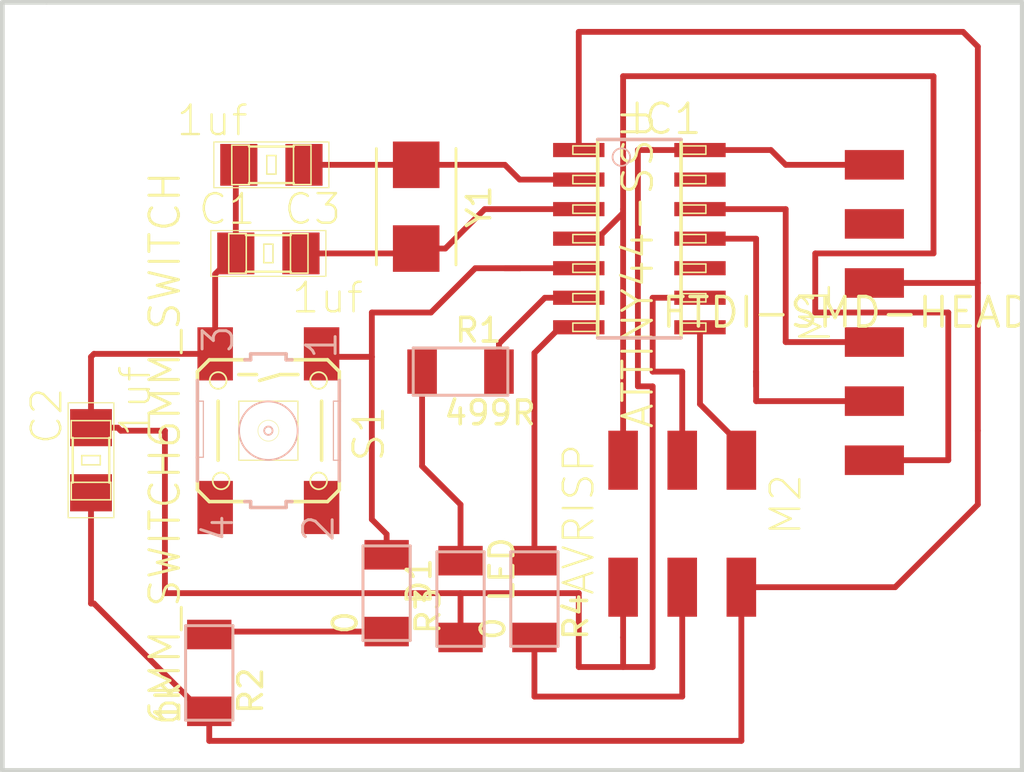
<source format=kicad_pcb>
(kicad_pcb (version 20171130) (host pcbnew "(5.0.1-3-g963ef8bb5)")

  (general
    (thickness 1.6)
    (drawings 5)
    (tracks 112)
    (zones 0)
    (modules 13)
    (nets 21)
  )

  (page A4)
  (layers
    (0 F.Cu signal)
    (31 B.Cu signal hide)
    (32 B.Adhes user hide)
    (33 F.Adhes user hide)
    (34 B.Paste user hide)
    (35 F.Paste user hide)
    (36 B.SilkS user hide)
    (37 F.SilkS user hide)
    (38 B.Mask user hide)
    (39 F.Mask user hide)
    (40 Dwgs.User user hide)
    (41 Cmts.User user hide)
    (42 Eco1.User user hide)
    (43 Eco2.User user hide)
    (44 Edge.Cuts user)
    (45 Margin user hide)
    (46 B.CrtYd user hide)
    (47 F.CrtYd user hide)
    (48 B.Fab user hide)
    (49 F.Fab user hide)
  )

  (setup
    (last_trace_width 0.25)
    (trace_clearance 0.2)
    (zone_clearance 0.508)
    (zone_45_only no)
    (trace_min 0.35)
    (segment_width 0.2)
    (edge_width 0.1)
    (via_size 0.8)
    (via_drill 0.4)
    (via_min_size 0.4)
    (via_min_drill 0.3)
    (uvia_size 0.3)
    (uvia_drill 0.1)
    (uvias_allowed no)
    (uvia_min_size 0.2)
    (uvia_min_drill 0.1)
    (pcb_text_width 0.3)
    (pcb_text_size 1.5 1.5)
    (mod_edge_width 0.15)
    (mod_text_size 1 1)
    (mod_text_width 0.15)
    (pad_size 1.5 1.5)
    (pad_drill 0.6)
    (pad_to_mask_clearance 0)
    (solder_mask_min_width 0.25)
    (aux_axis_origin 0 0)
    (visible_elements FFF9FF7F)
    (pcbplotparams
      (layerselection 0x010fc_ffffffff)
      (usegerberextensions false)
      (usegerberattributes false)
      (usegerberadvancedattributes false)
      (creategerberjobfile false)
      (excludeedgelayer true)
      (linewidth 0.100000)
      (plotframeref false)
      (viasonmask false)
      (mode 1)
      (useauxorigin false)
      (hpglpennumber 1)
      (hpglpenspeed 20)
      (hpglpendiameter 15.000000)
      (psnegative false)
      (psa4output false)
      (plotreference true)
      (plotvalue true)
      (plotinvisibletext false)
      (padsonsilk false)
      (subtractmaskfromsilk false)
      (outputformat 1)
      (mirror false)
      (drillshape 1)
      (scaleselection 1)
      (outputdirectory "../../../Downloads/"))
  )

  (net 0 "")
  (net 1 GND)
  (net 2 +5V)
  (net 3 "Net-(D1-Pad2)")
  (net 4 "Net-(IC1-Pad5)")
  (net 5 "Net-(IC1-Pad6)")
  (net 6 "Net-(IC1-Pad10)")
  (net 7 "Net-(IC1-Pad13)")
  (net 8 "Net-(M1-Pad2)")
  (net 9 "Net-(S1-Pad2)")
  (net 10 "Net-(S1-Pad4)")
  (net 11 XTAL1)
  (net 12 XTAL2)
  (net 13 RESET)
  (net 14 MOSI)
  (net 15 MISO)
  (net 16 SCK)
  (net 17 RXD)
  (net 18 TXD)
  (net 19 "Net-(R2-Pad1)")
  (net 20 "Net-(IC1-Pad7)")

  (net_class Default "This is the default net class."
    (clearance 0.2)
    (trace_width 0.25)
    (via_dia 0.8)
    (via_drill 0.4)
    (uvia_dia 0.3)
    (uvia_drill 0.1)
    (add_net +5V)
    (add_net GND)
    (add_net MISO)
    (add_net MOSI)
    (add_net "Net-(D1-Pad2)")
    (add_net "Net-(IC1-Pad10)")
    (add_net "Net-(IC1-Pad13)")
    (add_net "Net-(IC1-Pad5)")
    (add_net "Net-(IC1-Pad6)")
    (add_net "Net-(IC1-Pad7)")
    (add_net "Net-(M1-Pad2)")
    (add_net "Net-(R2-Pad1)")
    (add_net "Net-(S1-Pad2)")
    (add_net "Net-(S1-Pad4)")
    (add_net RESET)
    (add_net RXD)
    (add_net SCK)
    (add_net TXD)
    (add_net XTAL1)
    (add_net XTAL2)
  )

  (module fab:fab-R1206FAB (layer F.Cu) (tedit 200000) (tstamp 5C856C71)
    (at 116.84 103.759 270)
    (path /5C863351)
    (attr smd)
    (fp_text reference R4 (at 0.762 -1.778 270) (layer F.SilkS)
      (effects (font (size 1.016 1.016) (thickness 0.1524)))
    )
    (fp_text value 0 (at 1.27 1.778 270) (layer F.SilkS)
      (effects (font (size 1.016 1.016) (thickness 0.1524)))
    )
    (fp_line (start -2.032 -1.016) (end 2.032 -1.016) (layer B.SilkS) (width 0.127))
    (fp_line (start 2.032 -1.016) (end 2.032 1.016) (layer B.SilkS) (width 0.127))
    (fp_line (start 2.032 1.016) (end -2.032 1.016) (layer B.SilkS) (width 0.127))
    (fp_line (start -2.032 1.016) (end -2.032 -1.016) (layer B.SilkS) (width 0.127))
    (pad 1 smd rect (at -1.651 0 270) (size 1.27 1.905) (layers F.Cu F.Paste F.Mask)
      (net 20 "Net-(IC1-Pad7)"))
    (pad 2 smd rect (at 1.651 0 270) (size 1.27 1.905) (layers F.Cu F.Paste F.Mask)
      (net 14 MOSI))
  )

  (module fab:fab-C1206 (layer F.Cu) (tedit 200000) (tstamp 5C871152)
    (at 105.53954 85.09 180)
    (descr CAPACITOR)
    (tags CAPACITOR)
    (path /5C7A828D)
    (attr smd)
    (fp_text reference C1 (at 1.905 -1.905 180) (layer F.SilkS)
      (effects (font (size 1.27 1.27) (thickness 0.1016)))
    )
    (fp_text value 1uf (at 2.54 1.905 180) (layer F.SilkS)
      (effects (font (size 1.27 1.27) (thickness 0.1016)))
    )
    (fp_line (start -0.96266 0.78486) (end 0.96266 0.78486) (layer F.SilkS) (width 0.1016))
    (fp_line (start -0.96266 -0.78486) (end 0.96266 -0.78486) (layer F.SilkS) (width 0.1016))
    (fp_line (start 2.47142 -0.98298) (end 2.47142 0.98298) (layer F.SilkS) (width 0.0508))
    (fp_line (start -2.47142 0.98298) (end -2.47142 -0.98298) (layer F.SilkS) (width 0.0508))
    (fp_line (start 2.47142 0.98298) (end -2.47142 0.98298) (layer F.SilkS) (width 0.0508))
    (fp_line (start -2.47142 -0.98298) (end 2.47142 -0.98298) (layer F.SilkS) (width 0.0508))
    (fp_line (start -0.19812 0.39878) (end -0.19812 -0.39878) (layer F.SilkS) (width 0.06604))
    (fp_line (start -0.19812 -0.39878) (end 0.19812 -0.39878) (layer F.SilkS) (width 0.06604))
    (fp_line (start 0.19812 0.39878) (end 0.19812 -0.39878) (layer F.SilkS) (width 0.06604))
    (fp_line (start -0.19812 0.39878) (end 0.19812 0.39878) (layer F.SilkS) (width 0.06604))
    (fp_line (start 0.94996 0.84836) (end 0.94996 -0.8509) (layer F.SilkS) (width 0.06604))
    (fp_line (start 0.94996 -0.8509) (end 1.7018 -0.8509) (layer F.SilkS) (width 0.06604))
    (fp_line (start 1.7018 0.84836) (end 1.7018 -0.8509) (layer F.SilkS) (width 0.06604))
    (fp_line (start 0.94996 0.84836) (end 1.7018 0.84836) (layer F.SilkS) (width 0.06604))
    (fp_line (start -1.7018 0.8509) (end -1.7018 -0.84836) (layer F.SilkS) (width 0.06604))
    (fp_line (start -1.7018 -0.84836) (end -0.94996 -0.84836) (layer F.SilkS) (width 0.06604))
    (fp_line (start -0.94996 0.8509) (end -0.94996 -0.84836) (layer F.SilkS) (width 0.06604))
    (fp_line (start -1.7018 0.8509) (end -0.94996 0.8509) (layer F.SilkS) (width 0.06604))
    (pad 2 smd rect (at 1.39954 0 180) (size 1.59766 1.79832) (layers F.Cu F.Paste F.Mask)
      (net 1 GND))
    (pad 1 smd rect (at -1.39954 0 180) (size 1.59766 1.79832) (layers F.Cu F.Paste F.Mask)
      (net 11 XTAL1))
  )

  (module fab:fab-C1206 (layer F.Cu) (tedit 200000) (tstamp 5C87116A)
    (at 97.79 97.79 90)
    (descr CAPACITOR)
    (tags CAPACITOR)
    (path /5C7A7FDA)
    (attr smd)
    (fp_text reference C2 (at 1.905 -1.905 90) (layer F.SilkS)
      (effects (font (size 1.27 1.27) (thickness 0.1016)))
    )
    (fp_text value 1uf (at 2.54 1.905 90) (layer F.SilkS)
      (effects (font (size 1.27 1.27) (thickness 0.1016)))
    )
    (fp_line (start -1.7018 0.8509) (end -0.94996 0.8509) (layer F.SilkS) (width 0.06604))
    (fp_line (start -0.94996 0.8509) (end -0.94996 -0.84836) (layer F.SilkS) (width 0.06604))
    (fp_line (start -1.7018 -0.84836) (end -0.94996 -0.84836) (layer F.SilkS) (width 0.06604))
    (fp_line (start -1.7018 0.8509) (end -1.7018 -0.84836) (layer F.SilkS) (width 0.06604))
    (fp_line (start 0.94996 0.84836) (end 1.7018 0.84836) (layer F.SilkS) (width 0.06604))
    (fp_line (start 1.7018 0.84836) (end 1.7018 -0.8509) (layer F.SilkS) (width 0.06604))
    (fp_line (start 0.94996 -0.8509) (end 1.7018 -0.8509) (layer F.SilkS) (width 0.06604))
    (fp_line (start 0.94996 0.84836) (end 0.94996 -0.8509) (layer F.SilkS) (width 0.06604))
    (fp_line (start -0.19812 0.39878) (end 0.19812 0.39878) (layer F.SilkS) (width 0.06604))
    (fp_line (start 0.19812 0.39878) (end 0.19812 -0.39878) (layer F.SilkS) (width 0.06604))
    (fp_line (start -0.19812 -0.39878) (end 0.19812 -0.39878) (layer F.SilkS) (width 0.06604))
    (fp_line (start -0.19812 0.39878) (end -0.19812 -0.39878) (layer F.SilkS) (width 0.06604))
    (fp_line (start -2.47142 -0.98298) (end 2.47142 -0.98298) (layer F.SilkS) (width 0.0508))
    (fp_line (start 2.47142 0.98298) (end -2.47142 0.98298) (layer F.SilkS) (width 0.0508))
    (fp_line (start -2.47142 0.98298) (end -2.47142 -0.98298) (layer F.SilkS) (width 0.0508))
    (fp_line (start 2.47142 -0.98298) (end 2.47142 0.98298) (layer F.SilkS) (width 0.0508))
    (fp_line (start -0.96266 -0.78486) (end 0.96266 -0.78486) (layer F.SilkS) (width 0.1016))
    (fp_line (start -0.96266 0.78486) (end 0.96266 0.78486) (layer F.SilkS) (width 0.1016))
    (pad 1 smd rect (at -1.39954 0 90) (size 1.59766 1.79832) (layers F.Cu F.Paste F.Mask)
      (net 2 +5V))
    (pad 2 smd rect (at 1.39954 0 90) (size 1.59766 1.79832) (layers F.Cu F.Paste F.Mask)
      (net 1 GND))
  )

  (module fab:fab-C1206 (layer F.Cu) (tedit 200000) (tstamp 5C871182)
    (at 105.41 88.9)
    (descr CAPACITOR)
    (tags CAPACITOR)
    (path /5C7A8321)
    (attr smd)
    (fp_text reference C3 (at 1.905 -1.905) (layer F.SilkS)
      (effects (font (size 1.27 1.27) (thickness 0.1016)))
    )
    (fp_text value 1uf (at 2.54 1.905) (layer F.SilkS)
      (effects (font (size 1.27 1.27) (thickness 0.1016)))
    )
    (fp_line (start -1.7018 0.8509) (end -0.94996 0.8509) (layer F.SilkS) (width 0.06604))
    (fp_line (start -0.94996 0.8509) (end -0.94996 -0.84836) (layer F.SilkS) (width 0.06604))
    (fp_line (start -1.7018 -0.84836) (end -0.94996 -0.84836) (layer F.SilkS) (width 0.06604))
    (fp_line (start -1.7018 0.8509) (end -1.7018 -0.84836) (layer F.SilkS) (width 0.06604))
    (fp_line (start 0.94996 0.84836) (end 1.7018 0.84836) (layer F.SilkS) (width 0.06604))
    (fp_line (start 1.7018 0.84836) (end 1.7018 -0.8509) (layer F.SilkS) (width 0.06604))
    (fp_line (start 0.94996 -0.8509) (end 1.7018 -0.8509) (layer F.SilkS) (width 0.06604))
    (fp_line (start 0.94996 0.84836) (end 0.94996 -0.8509) (layer F.SilkS) (width 0.06604))
    (fp_line (start -0.19812 0.39878) (end 0.19812 0.39878) (layer F.SilkS) (width 0.06604))
    (fp_line (start 0.19812 0.39878) (end 0.19812 -0.39878) (layer F.SilkS) (width 0.06604))
    (fp_line (start -0.19812 -0.39878) (end 0.19812 -0.39878) (layer F.SilkS) (width 0.06604))
    (fp_line (start -0.19812 0.39878) (end -0.19812 -0.39878) (layer F.SilkS) (width 0.06604))
    (fp_line (start -2.47142 -0.98298) (end 2.47142 -0.98298) (layer F.SilkS) (width 0.0508))
    (fp_line (start 2.47142 0.98298) (end -2.47142 0.98298) (layer F.SilkS) (width 0.0508))
    (fp_line (start -2.47142 0.98298) (end -2.47142 -0.98298) (layer F.SilkS) (width 0.0508))
    (fp_line (start 2.47142 -0.98298) (end 2.47142 0.98298) (layer F.SilkS) (width 0.0508))
    (fp_line (start -0.96266 -0.78486) (end 0.96266 -0.78486) (layer F.SilkS) (width 0.1016))
    (fp_line (start -0.96266 0.78486) (end 0.96266 0.78486) (layer F.SilkS) (width 0.1016))
    (pad 1 smd rect (at -1.39954 0) (size 1.59766 1.79832) (layers F.Cu F.Paste F.Mask)
      (net 1 GND))
    (pad 2 smd rect (at 1.39954 0) (size 1.59766 1.79832) (layers F.Cu F.Paste F.Mask)
      (net 12 XTAL2))
  )

  (module fab:fab-LED1206FAB (layer F.Cu) (tedit 200000) (tstamp 5C87118C)
    (at 113.665 103.759 90)
    (descr "LED1206 FAB STYLE (SMALLER PADS TO ALLOW TRACE BETWEEN)")
    (tags "LED1206 FAB STYLE (SMALLER PADS TO ALLOW TRACE BETWEEN)")
    (path /5C7A6CBB)
    (attr smd)
    (fp_text reference D1 (at 0.762 -1.778 90) (layer F.SilkS)
      (effects (font (size 1.016 1.016) (thickness 0.1524)))
    )
    (fp_text value LED (at 1.27 1.778 90) (layer F.SilkS)
      (effects (font (size 1.016 1.016) (thickness 0.1524)))
    )
    (fp_line (start -2.032 -1.016) (end 2.032 -1.016) (layer B.SilkS) (width 0.127))
    (fp_line (start 2.032 -1.016) (end 2.032 1.016) (layer B.SilkS) (width 0.127))
    (fp_line (start 2.032 1.016) (end -2.032 1.016) (layer B.SilkS) (width 0.127))
    (fp_line (start -2.032 1.016) (end -2.032 -1.016) (layer B.SilkS) (width 0.127))
    (pad 1 smd rect (at -1.651 0 90) (size 1.27 1.905) (layers F.Cu F.Paste F.Mask)
      (net 1 GND))
    (pad 2 smd rect (at 1.651 0 90) (size 1.27 1.905) (layers F.Cu F.Paste F.Mask)
      (net 3 "Net-(D1-Pad2)"))
  )

  (module fab:fab-SOIC14 (layer F.Cu) (tedit 200000) (tstamp 5C8711DB)
    (at 121.3485 88.265 270)
    (descr "SMALL OUTLINE PACKAGE")
    (tags "SMALL OUTLINE PACKAGE")
    (path /5C7A67A1)
    (attr smd)
    (fp_text reference IC1 (at -5.1435 -1.143) (layer F.SilkS)
      (effects (font (size 1.27 1.27) (thickness 0.127)))
    )
    (fp_text value ATTINY44-SSU (at 1.27 0.0635 270) (layer F.SilkS)
      (effects (font (size 1.27 1.27) (thickness 0.127)))
    )
    (fp_line (start -3.9878 -1.8415) (end -3.62966 -1.8415) (layer F.SilkS) (width 0.06604))
    (fp_line (start -3.62966 -1.8415) (end -3.62966 -2.8575) (layer F.SilkS) (width 0.06604))
    (fp_line (start -3.9878 -2.8575) (end -3.62966 -2.8575) (layer F.SilkS) (width 0.06604))
    (fp_line (start -3.9878 -1.8415) (end -3.9878 -2.8575) (layer F.SilkS) (width 0.06604))
    (fp_line (start -2.7178 -1.8415) (end -2.3622 -1.8415) (layer F.SilkS) (width 0.06604))
    (fp_line (start -2.3622 -1.8415) (end -2.3622 -2.8575) (layer F.SilkS) (width 0.06604))
    (fp_line (start -2.7178 -2.8575) (end -2.3622 -2.8575) (layer F.SilkS) (width 0.06604))
    (fp_line (start -2.7178 -1.8415) (end -2.7178 -2.8575) (layer F.SilkS) (width 0.06604))
    (fp_line (start -1.4478 -1.8415) (end -1.08966 -1.8415) (layer F.SilkS) (width 0.06604))
    (fp_line (start -1.08966 -1.8415) (end -1.08966 -2.8575) (layer F.SilkS) (width 0.06604))
    (fp_line (start -1.4478 -2.8575) (end -1.08966 -2.8575) (layer F.SilkS) (width 0.06604))
    (fp_line (start -1.4478 -1.8415) (end -1.4478 -2.8575) (layer F.SilkS) (width 0.06604))
    (fp_line (start -0.1778 -1.8415) (end 0.1778 -1.8415) (layer F.SilkS) (width 0.06604))
    (fp_line (start 0.1778 -1.8415) (end 0.1778 -2.8575) (layer F.SilkS) (width 0.06604))
    (fp_line (start -0.1778 -2.8575) (end 0.1778 -2.8575) (layer F.SilkS) (width 0.06604))
    (fp_line (start -0.1778 -1.8415) (end -0.1778 -2.8575) (layer F.SilkS) (width 0.06604))
    (fp_line (start 1.08966 -1.8415) (end 1.4478 -1.8415) (layer F.SilkS) (width 0.06604))
    (fp_line (start 1.4478 -1.8415) (end 1.4478 -2.8575) (layer F.SilkS) (width 0.06604))
    (fp_line (start 1.08966 -2.8575) (end 1.4478 -2.8575) (layer F.SilkS) (width 0.06604))
    (fp_line (start 1.08966 -1.8415) (end 1.08966 -2.8575) (layer F.SilkS) (width 0.06604))
    (fp_line (start 2.3622 -1.8415) (end 2.7178 -1.8415) (layer F.SilkS) (width 0.06604))
    (fp_line (start 2.7178 -1.8415) (end 2.7178 -2.8575) (layer F.SilkS) (width 0.06604))
    (fp_line (start 2.3622 -2.8575) (end 2.7178 -2.8575) (layer F.SilkS) (width 0.06604))
    (fp_line (start 2.3622 -1.8415) (end 2.3622 -2.8575) (layer F.SilkS) (width 0.06604))
    (fp_line (start 3.62966 -1.8415) (end 3.9878 -1.8415) (layer F.SilkS) (width 0.06604))
    (fp_line (start 3.9878 -1.8415) (end 3.9878 -2.8575) (layer F.SilkS) (width 0.06604))
    (fp_line (start 3.62966 -2.8575) (end 3.9878 -2.8575) (layer F.SilkS) (width 0.06604))
    (fp_line (start 3.62966 -1.8415) (end 3.62966 -2.8575) (layer F.SilkS) (width 0.06604))
    (fp_line (start 3.62966 2.8575) (end 3.9878 2.8575) (layer F.SilkS) (width 0.06604))
    (fp_line (start 3.9878 2.8575) (end 3.9878 1.8415) (layer F.SilkS) (width 0.06604))
    (fp_line (start 3.62966 1.8415) (end 3.9878 1.8415) (layer F.SilkS) (width 0.06604))
    (fp_line (start 3.62966 2.8575) (end 3.62966 1.8415) (layer F.SilkS) (width 0.06604))
    (fp_line (start 2.3622 2.8575) (end 2.7178 2.8575) (layer F.SilkS) (width 0.06604))
    (fp_line (start 2.7178 2.8575) (end 2.7178 1.8415) (layer F.SilkS) (width 0.06604))
    (fp_line (start 2.3622 1.8415) (end 2.7178 1.8415) (layer F.SilkS) (width 0.06604))
    (fp_line (start 2.3622 2.8575) (end 2.3622 1.8415) (layer F.SilkS) (width 0.06604))
    (fp_line (start 1.08966 2.8575) (end 1.4478 2.8575) (layer F.SilkS) (width 0.06604))
    (fp_line (start 1.4478 2.8575) (end 1.4478 1.8415) (layer F.SilkS) (width 0.06604))
    (fp_line (start 1.08966 1.8415) (end 1.4478 1.8415) (layer F.SilkS) (width 0.06604))
    (fp_line (start 1.08966 2.8575) (end 1.08966 1.8415) (layer F.SilkS) (width 0.06604))
    (fp_line (start -0.1778 2.8575) (end 0.1778 2.8575) (layer F.SilkS) (width 0.06604))
    (fp_line (start 0.1778 2.8575) (end 0.1778 1.8415) (layer F.SilkS) (width 0.06604))
    (fp_line (start -0.1778 1.8415) (end 0.1778 1.8415) (layer F.SilkS) (width 0.06604))
    (fp_line (start -0.1778 2.8575) (end -0.1778 1.8415) (layer F.SilkS) (width 0.06604))
    (fp_line (start -1.4478 2.8575) (end -1.08966 2.8575) (layer F.SilkS) (width 0.06604))
    (fp_line (start -1.08966 2.8575) (end -1.08966 1.8415) (layer F.SilkS) (width 0.06604))
    (fp_line (start -1.4478 1.8415) (end -1.08966 1.8415) (layer F.SilkS) (width 0.06604))
    (fp_line (start -1.4478 2.8575) (end -1.4478 1.8415) (layer F.SilkS) (width 0.06604))
    (fp_line (start -2.7178 2.8575) (end -2.3622 2.8575) (layer F.SilkS) (width 0.06604))
    (fp_line (start -2.3622 2.8575) (end -2.3622 1.8415) (layer F.SilkS) (width 0.06604))
    (fp_line (start -2.7178 1.8415) (end -2.3622 1.8415) (layer F.SilkS) (width 0.06604))
    (fp_line (start -2.7178 2.8575) (end -2.7178 1.8415) (layer F.SilkS) (width 0.06604))
    (fp_line (start -3.9878 2.8575) (end -3.62966 2.8575) (layer F.SilkS) (width 0.06604))
    (fp_line (start -3.62966 2.8575) (end -3.62966 1.8415) (layer F.SilkS) (width 0.06604))
    (fp_line (start -3.9878 1.8415) (end -3.62966 1.8415) (layer F.SilkS) (width 0.06604))
    (fp_line (start -3.9878 2.8575) (end -3.9878 1.8415) (layer F.SilkS) (width 0.06604))
    (fp_line (start -4.26466 1.7907) (end 4.26466 1.7907) (layer F.SilkS) (width 0.1524))
    (fp_line (start 4.26466 1.7907) (end 4.26466 -1.7907) (layer B.SilkS) (width 0.1524))
    (fp_line (start 4.26466 -1.7907) (end -4.26466 -1.7907) (layer F.SilkS) (width 0.1524))
    (fp_line (start -4.26466 -1.7907) (end -4.26466 1.7907) (layer B.SilkS) (width 0.1524))
    (fp_circle (center -3.5052 0.7747) (end -3.7719 1.0414) (layer B.SilkS) (width 0.0762))
    (pad 1 smd rect (at -3.81 2.6035 270) (size 0.6096 2.20726) (layers F.Cu F.Paste F.Mask)
      (net 2 +5V))
    (pad 2 smd rect (at -2.54 2.6035 270) (size 0.6096 2.20726) (layers F.Cu F.Paste F.Mask)
      (net 11 XTAL1))
    (pad 3 smd rect (at -1.27 2.6035 270) (size 0.6096 2.20726) (layers F.Cu F.Paste F.Mask)
      (net 12 XTAL2))
    (pad 4 smd rect (at 0 2.6035 270) (size 0.6096 2.20726) (layers F.Cu F.Paste F.Mask)
      (net 13 RESET))
    (pad 5 smd rect (at 1.27 2.6035 270) (size 0.6096 2.20726) (layers F.Cu F.Paste F.Mask)
      (net 4 "Net-(IC1-Pad5)"))
    (pad 6 smd rect (at 2.54 2.6035 270) (size 0.6096 2.20726) (layers F.Cu F.Paste F.Mask)
      (net 5 "Net-(IC1-Pad6)"))
    (pad 7 smd rect (at 3.81 2.6035 270) (size 0.6096 2.20726) (layers F.Cu F.Paste F.Mask)
      (net 20 "Net-(IC1-Pad7)"))
    (pad 8 smd rect (at 3.81 -2.6035 270) (size 0.6096 2.20726) (layers F.Cu F.Paste F.Mask)
      (net 15 MISO))
    (pad 9 smd rect (at 2.54 -2.6035 270) (size 0.6096 2.20726) (layers F.Cu F.Paste F.Mask)
      (net 16 SCK))
    (pad 10 smd rect (at 1.27 -2.6035 270) (size 0.6096 2.20726) (layers F.Cu F.Paste F.Mask)
      (net 6 "Net-(IC1-Pad10)"))
    (pad 11 smd rect (at 0 -2.6035 270) (size 0.6096 2.20726) (layers F.Cu F.Paste F.Mask)
      (net 17 RXD))
    (pad 12 smd rect (at -1.27 -2.6035 270) (size 0.6096 2.20726) (layers F.Cu F.Paste F.Mask)
      (net 18 TXD))
    (pad 13 smd rect (at -2.54 -2.6035 270) (size 0.6096 2.20726) (layers F.Cu F.Paste F.Mask)
      (net 7 "Net-(IC1-Pad13)"))
    (pad 14 smd rect (at -3.81 -2.6035 270) (size 0.6096 2.20726) (layers F.Cu F.Paste F.Mask)
      (net 1 GND))
  )

  (module fab:fab-1X06SMD (layer F.Cu) (tedit 200000) (tstamp 5C8711E5)
    (at 131.445 91.44)
    (path /5C7A6B64)
    (attr smd)
    (fp_text reference M1 (at -2.54 0 90) (layer F.SilkS)
      (effects (font (size 1.27 1.27) (thickness 0.1016)))
    )
    (fp_text value FTDI-SMD-HEADER (at 0 0) (layer F.SilkS)
      (effects (font (size 1.27 1.27) (thickness 0.15)))
    )
    (pad 1 smd rect (at 0 -6.35) (size 2.54 1.27) (layers F.Cu F.Paste F.Mask)
      (net 1 GND))
    (pad 2 smd rect (at 0 -3.81) (size 2.54 1.27) (layers F.Cu F.Paste F.Mask)
      (net 8 "Net-(M1-Pad2)"))
    (pad 3 smd rect (at 0 -1.27) (size 2.54 1.27) (layers F.Cu F.Paste F.Mask)
      (net 2 +5V))
    (pad 4 smd rect (at 0 1.27) (size 2.54 1.27) (layers F.Cu F.Paste F.Mask)
      (net 18 TXD))
    (pad 5 smd rect (at 0 3.81) (size 2.54 1.27) (layers F.Cu F.Paste F.Mask)
      (net 17 RXD))
    (pad 6 smd rect (at 0 6.35) (size 2.54 1.27) (layers F.Cu F.Paste F.Mask)
      (net 13 RESET))
  )

  (module fab:fab-2X03SMD (layer F.Cu) (tedit 200000) (tstamp 5C8711EF)
    (at 123.19 100.33 270)
    (path /5C7A6BFA)
    (attr smd)
    (fp_text reference M2 (at -0.635 -4.445 270) (layer F.SilkS)
      (effects (font (size 1.27 1.27) (thickness 0.1016)))
    )
    (fp_text value AVRISP (at 0 4.445 270) (layer F.SilkS)
      (effects (font (size 1.27 1.27) (thickness 0.1016)))
    )
    (pad 1 smd rect (at -2.54 -2.54 270) (size 2.54 1.27) (layers F.Cu F.Paste F.Mask)
      (net 15 MISO))
    (pad 2 smd rect (at 2.91846 -2.54 270) (size 2.54 1.27) (layers F.Cu F.Paste F.Mask)
      (net 2 +5V))
    (pad 3 smd rect (at -2.54 0 270) (size 2.54 1.27) (layers F.Cu F.Paste F.Mask)
      (net 16 SCK))
    (pad 4 smd rect (at 2.91846 0 270) (size 2.54 1.27) (layers F.Cu F.Paste F.Mask)
      (net 14 MOSI))
    (pad 5 smd rect (at -2.54 2.54 270) (size 2.54 1.27) (layers F.Cu F.Paste F.Mask)
      (net 13 RESET))
    (pad 6 smd rect (at 2.91846 2.54 270) (size 2.54 1.27) (layers F.Cu F.Paste F.Mask)
      (net 1 GND))
  )

  (module fab:fab-R1206FAB (layer F.Cu) (tedit 200000) (tstamp 5C8711F9)
    (at 113.665 93.98)
    (path /5C7A7100)
    (attr smd)
    (fp_text reference R1 (at 0.762 -1.778) (layer F.SilkS)
      (effects (font (size 1.016 1.016) (thickness 0.1524)))
    )
    (fp_text value 499R (at 1.27 1.778) (layer F.SilkS)
      (effects (font (size 1.016 1.016) (thickness 0.1524)))
    )
    (fp_line (start -2.032 -1.016) (end 2.032 -1.016) (layer B.SilkS) (width 0.127))
    (fp_line (start 2.032 -1.016) (end 2.032 1.016) (layer B.SilkS) (width 0.127))
    (fp_line (start 2.032 1.016) (end -2.032 1.016) (layer B.SilkS) (width 0.127))
    (fp_line (start -2.032 1.016) (end -2.032 -1.016) (layer B.SilkS) (width 0.127))
    (pad 1 smd rect (at -1.651 0) (size 1.27 1.905) (layers F.Cu F.Paste F.Mask)
      (net 3 "Net-(D1-Pad2)"))
    (pad 2 smd rect (at 1.651 0) (size 1.27 1.905) (layers F.Cu F.Paste F.Mask)
      (net 5 "Net-(IC1-Pad6)"))
  )

  (module fab:fab-R1206FAB (layer F.Cu) (tedit 200000) (tstamp 5C871203)
    (at 102.87 106.934 270)
    (path /5C7AA2AE)
    (attr smd)
    (fp_text reference R2 (at 0.762 -1.778 270) (layer F.SilkS)
      (effects (font (size 1.016 1.016) (thickness 0.1524)))
    )
    (fp_text value 1k (at 1.27 1.778 270) (layer F.SilkS)
      (effects (font (size 1.016 1.016) (thickness 0.1524)))
    )
    (fp_line (start -2.032 1.016) (end -2.032 -1.016) (layer B.SilkS) (width 0.127))
    (fp_line (start 2.032 1.016) (end -2.032 1.016) (layer B.SilkS) (width 0.127))
    (fp_line (start 2.032 -1.016) (end 2.032 1.016) (layer B.SilkS) (width 0.127))
    (fp_line (start -2.032 -1.016) (end 2.032 -1.016) (layer B.SilkS) (width 0.127))
    (pad 2 smd rect (at 1.651 0 270) (size 1.27 1.905) (layers F.Cu F.Paste F.Mask)
      (net 2 +5V))
    (pad 1 smd rect (at -1.651 0 270) (size 1.27 1.905) (layers F.Cu F.Paste F.Mask)
      (net 19 "Net-(R2-Pad1)"))
  )

  (module fab:fab-6MM_SWITCH (layer F.Cu) (tedit 200000) (tstamp 5C871241)
    (at 105.41 96.52 270)
    (descr "OMRON SWITCH")
    (tags "OMRON SWITCH")
    (path /5C7A72FA)
    (attr smd)
    (fp_text reference S1 (at 0.127 -4.318 270) (layer F.SilkS)
      (effects (font (size 1.27 1.27) (thickness 0.127)))
    )
    (fp_text value 6MM_SWITCH6MM_SWITCH (at 0.762 4.445 270) (layer F.SilkS)
      (effects (font (size 1.27 1.27) (thickness 0.127)))
    )
    (fp_line (start 3.302 0.762) (end 3.048 0.762) (layer B.SilkS) (width 0.1524))
    (fp_line (start 3.302 0.762) (end 3.302 -0.762) (layer B.SilkS) (width 0.1524))
    (fp_line (start 3.048 -0.762) (end 3.302 -0.762) (layer B.SilkS) (width 0.1524))
    (fp_line (start 3.048 -1.016) (end 3.048 -2.54) (layer F.SilkS) (width 0.1524))
    (fp_line (start -3.302 -0.762) (end -3.048 -0.762) (layer B.SilkS) (width 0.1524))
    (fp_line (start -3.302 -0.762) (end -3.302 0.762) (layer B.SilkS) (width 0.1524))
    (fp_line (start -3.048 0.762) (end -3.302 0.762) (layer B.SilkS) (width 0.1524))
    (fp_line (start 3.048 -2.54) (end 2.54 -3.048) (layer F.SilkS) (width 0.1524))
    (fp_line (start 2.54 3.048) (end 3.048 2.54) (layer F.SilkS) (width 0.1524))
    (fp_line (start 3.048 2.54) (end 3.048 1.016) (layer F.SilkS) (width 0.1524))
    (fp_line (start -2.54 -3.048) (end -3.048 -2.54) (layer F.SilkS) (width 0.1524))
    (fp_line (start -3.048 -2.54) (end -3.048 -1.016) (layer F.SilkS) (width 0.1524))
    (fp_line (start -2.54 3.048) (end -3.048 2.54) (layer F.SilkS) (width 0.1524))
    (fp_line (start -3.048 2.54) (end -3.048 1.016) (layer F.SilkS) (width 0.1524))
    (fp_line (start -1.27 -1.27) (end -1.27 1.27) (layer F.SilkS) (width 0.0508))
    (fp_line (start 1.27 1.27) (end -1.27 1.27) (layer F.SilkS) (width 0.0508))
    (fp_line (start 1.27 1.27) (end 1.27 -1.27) (layer F.SilkS) (width 0.0508))
    (fp_line (start -1.27 -1.27) (end 1.27 -1.27) (layer F.SilkS) (width 0.0508))
    (fp_line (start -1.27 -3.048) (end -1.27 -2.794) (layer B.SilkS) (width 0.0508))
    (fp_line (start 1.27 -2.794) (end -1.27 -2.794) (layer B.SilkS) (width 0.0508))
    (fp_line (start 1.27 -2.794) (end 1.27 -3.048) (layer B.SilkS) (width 0.0508))
    (fp_line (start 1.143 2.794) (end -1.27 2.794) (layer B.SilkS) (width 0.0508))
    (fp_line (start 1.143 2.794) (end 1.143 3.048) (layer B.SilkS) (width 0.0508))
    (fp_line (start -1.27 2.794) (end -1.27 3.048) (layer B.SilkS) (width 0.0508))
    (fp_line (start 2.54 3.048) (end 2.159 3.048) (layer F.SilkS) (width 0.1524))
    (fp_line (start -2.54 3.048) (end -2.159 3.048) (layer F.SilkS) (width 0.1524))
    (fp_line (start -2.159 3.048) (end -1.27 3.048) (layer B.SilkS) (width 0.1524))
    (fp_line (start -2.54 -3.048) (end -2.159 -3.048) (layer F.SilkS) (width 0.1524))
    (fp_line (start 2.54 -3.048) (end 2.159 -3.048) (layer F.SilkS) (width 0.1524))
    (fp_line (start 2.159 -3.048) (end 1.27 -3.048) (layer B.SilkS) (width 0.1524))
    (fp_line (start 1.27 -3.048) (end -1.27 -3.048) (layer B.SilkS) (width 0.1524))
    (fp_line (start -1.27 -3.048) (end -2.159 -3.048) (layer B.SilkS) (width 0.1524))
    (fp_line (start -1.27 3.048) (end 1.143 3.048) (layer B.SilkS) (width 0.1524))
    (fp_line (start 1.143 3.048) (end 2.159 3.048) (layer B.SilkS) (width 0.1524))
    (fp_line (start 3.048 0.762) (end 3.048 1.016) (layer B.SilkS) (width 0.1524))
    (fp_line (start 3.048 -0.762) (end 3.048 -1.016) (layer B.SilkS) (width 0.1524))
    (fp_line (start -3.048 0.762) (end -3.048 1.016) (layer B.SilkS) (width 0.1524))
    (fp_line (start -3.048 -0.762) (end -3.048 -1.016) (layer B.SilkS) (width 0.1524))
    (fp_line (start -1.27 2.159) (end 1.27 2.159) (layer F.SilkS) (width 0.1524))
    (fp_line (start 1.27 -2.286) (end -1.27 -2.286) (layer F.SilkS) (width 0.1524))
    (fp_line (start -2.413 -1.27) (end -2.413 -0.508) (layer F.SilkS) (width 0.1524))
    (fp_line (start -2.413 0.508) (end -2.413 1.27) (layer F.SilkS) (width 0.1524))
    (fp_line (start -2.413 -0.508) (end -2.159 0.381) (layer F.SilkS) (width 0.1524))
    (fp_circle (center 0 0) (end -0.889 0.889) (layer B.SilkS) (width 0.0762))
    (fp_circle (center -2.159 2.159) (end -2.413 2.413) (layer F.SilkS) (width 0.0762))
    (fp_circle (center 2.159 2.032) (end 2.413 2.286) (layer F.SilkS) (width 0.0762))
    (fp_circle (center 2.159 -2.159) (end 2.413 -2.413) (layer F.SilkS) (width 0.0762))
    (fp_circle (center -2.159 -2.159) (end -2.413 -2.413) (layer F.SilkS) (width 0.0762))
    (fp_circle (center 0 0) (end -0.3175 0.3175) (layer F.SilkS) (width 0.0254))
    (fp_circle (center 0 0) (end -0.127 0.127) (layer B.SilkS) (width 0.0762))
    (fp_text user 1 (at -3.683 -2.286 270) (layer B.SilkS)
      (effects (font (size 1.27 1.27) (thickness 0.127)))
    )
    (fp_text user 2 (at 4.191 -2.159 270) (layer B.SilkS)
      (effects (font (size 1.27 1.27) (thickness 0.127)))
    )
    (fp_text user 3 (at -3.937 2.159 270) (layer B.SilkS)
      (effects (font (size 1.27 1.27) (thickness 0.127)))
    )
    (fp_text user 4 (at 4.191 2.159 270) (layer B.SilkS)
      (effects (font (size 1.27 1.27) (thickness 0.127)))
    )
    (pad 1 smd rect (at -3.302 -2.286 270) (size 2.286 1.524) (layers F.Cu F.Paste F.Mask)
      (net 4 "Net-(IC1-Pad5)"))
    (pad 2 smd rect (at 3.302 -2.286 270) (size 2.286 1.524) (layers F.Cu F.Paste F.Mask)
      (net 9 "Net-(S1-Pad2)"))
    (pad 3 smd rect (at -3.302 2.286 270) (size 2.286 1.524) (layers F.Cu F.Paste F.Mask)
      (net 1 GND))
    (pad 4 smd rect (at 3.302 2.286 270) (size 2.286 1.524) (layers F.Cu F.Paste F.Mask)
      (net 10 "Net-(S1-Pad4)"))
  )

  (module Crystal:Crystal_SMD_Qantek_QC5CB-2Pin_5x3.2mm (layer F.Cu) (tedit 5B7C1E3E) (tstamp 5C871252)
    (at 111.76 86.89 270)
    (descr "SMD Crystal Qantek QC5CB, https://www.qantek.com/tl_files/products/crystals/QC5CB.pdf")
    (tags "SMD SMT crystal")
    (path /5C7EAFC0)
    (attr smd)
    (fp_text reference Y1 (at 0 -2.7 270) (layer F.SilkS)
      (effects (font (size 1 1) (thickness 0.15)))
    )
    (fp_text value Crystal (at 0 2.7 270) (layer F.Fab)
      (effects (font (size 1 1) (thickness 0.15)))
    )
    (fp_text user %R (at 0 -2.7 270) (layer F.Fab)
      (effects (font (size 1 1) (thickness 0.15)))
    )
    (fp_line (start -2.5 -1.6) (end 2.5 -1.6) (layer F.Fab) (width 0.1))
    (fp_line (start 2.5 -1.6) (end 2.5 1.6) (layer F.Fab) (width 0.1))
    (fp_line (start -2.5 1.6) (end 2.5 1.6) (layer F.Fab) (width 0.1))
    (fp_line (start -2.5 -1.6) (end -2.5 1.6) (layer F.Fab) (width 0.1))
    (fp_line (start -3.05 -1.85) (end 3.05 -1.85) (layer F.CrtYd) (width 0.05))
    (fp_line (start -3.05 1.85) (end 3.05 1.85) (layer F.CrtYd) (width 0.05))
    (fp_line (start 3.05 -1.85) (end 3.05 1.85) (layer F.CrtYd) (width 0.05))
    (fp_line (start -3.05 -1.85) (end -3.05 1.85) (layer F.CrtYd) (width 0.05))
    (fp_line (start -2.5 -1.71) (end 2.5 -1.71) (layer F.SilkS) (width 0.12))
    (fp_line (start -2.5 1.71) (end 2.5 1.71) (layer F.SilkS) (width 0.12))
    (pad 1 smd rect (at -1.8 0 270) (size 2 2) (layers F.Cu F.Paste F.Mask)
      (net 11 XTAL1))
    (pad 2 smd rect (at 1.8 0 270) (size 2 2) (layers F.Cu F.Paste F.Mask)
      (net 12 XTAL2))
    (model ${KISYS3DMOD}/Crystal.3dshapes/Crystal_SMD_Qantek_QC5CB-2Pin_5x3.2mm.wrl
      (at (xyz 0 0 0))
      (scale (xyz 1 1 1))
      (rotate (xyz 0 0 0))
    )
  )

  (module fab:fab-R1206FAB (layer F.Cu) (tedit 200000) (tstamp 5C85694D)
    (at 110.49 103.505 270)
    (path /5C85842A)
    (attr smd)
    (fp_text reference R3 (at 0.762 -1.778 270) (layer F.SilkS)
      (effects (font (size 1.016 1.016) (thickness 0.1524)))
    )
    (fp_text value 0 (at 1.27 1.778 270) (layer F.SilkS)
      (effects (font (size 1.016 1.016) (thickness 0.1524)))
    )
    (fp_line (start -2.032 -1.016) (end 2.032 -1.016) (layer B.SilkS) (width 0.127))
    (fp_line (start 2.032 -1.016) (end 2.032 1.016) (layer B.SilkS) (width 0.127))
    (fp_line (start 2.032 1.016) (end -2.032 1.016) (layer B.SilkS) (width 0.127))
    (fp_line (start -2.032 1.016) (end -2.032 -1.016) (layer B.SilkS) (width 0.127))
    (pad 1 smd rect (at -1.651 0 270) (size 1.27 1.905) (layers F.Cu F.Paste F.Mask)
      (net 4 "Net-(IC1-Pad5)"))
    (pad 2 smd rect (at 1.651 0 270) (size 1.27 1.905) (layers F.Cu F.Paste F.Mask)
      (net 19 "Net-(R2-Pad1)"))
  )

  (gr_line (start 93.98 78.105) (end 95.885 78.105) (layer Edge.Cuts) (width 0.2))
  (gr_line (start 95.885 78.105) (end 137.795 78.105) (layer Edge.Cuts) (width 0.2))
  (gr_line (start 93.98 111.125) (end 93.98 78.105) (layer Edge.Cuts) (width 0.2))
  (gr_line (start 137.795 111.125) (end 93.98 111.125) (layer Edge.Cuts) (width 0.2))
  (gr_line (start 137.795 78.105) (end 137.795 111.125) (layer Edge.Cuts) (width 0.2))

  (segment (start 123.952 84.455) (end 124.75083 84.455) (width 0.25) (layer F.Cu) (net 1))
  (segment (start 97.79 96.39046) (end 97.79 93.345) (width 0.25) (layer F.Cu) (net 1))
  (segment (start 97.917 93.218) (end 103.124 93.218) (width 0.25) (layer F.Cu) (net 1))
  (segment (start 97.79 93.345) (end 97.917 93.218) (width 0.25) (layer F.Cu) (net 1))
  (segment (start 103.124 89.78646) (end 104.01046 88.9) (width 0.25) (layer F.Cu) (net 1))
  (segment (start 103.124 93.218) (end 103.124 89.78646) (width 0.25) (layer F.Cu) (net 1))
  (segment (start 104.01046 85.21954) (end 104.14 85.09) (width 0.25) (layer F.Cu) (net 1))
  (segment (start 104.01046 88.9) (end 104.01046 85.21954) (width 0.25) (layer F.Cu) (net 1))
  (segment (start 100.965 103.505) (end 113.665 103.505) (width 0.25) (layer F.Cu) (net 1))
  (segment (start 100.965 96.52) (end 100.965 103.505) (width 0.25) (layer F.Cu) (net 1))
  (segment (start 99.0687 96.52) (end 100.965 96.52) (width 0.25) (layer F.Cu) (net 1))
  (segment (start 98.93916 96.39046) (end 99.0687 96.52) (width 0.25) (layer F.Cu) (net 1))
  (segment (start 97.79 96.39046) (end 98.93916 96.39046) (width 0.25) (layer F.Cu) (net 1))
  (segment (start 123.952 84.455) (end 127 84.455) (width 0.25) (layer F.Cu) (net 1))
  (segment (start 127.635 85.09) (end 131.445 85.09) (width 0.25) (layer F.Cu) (net 1))
  (segment (start 127 84.455) (end 127.635 85.09) (width 0.25) (layer F.Cu) (net 1))
  (segment (start 123.952 84.455) (end 123.15317 84.455) (width 0.25) (layer F.Cu) (net 1))
  (segment (start 120.65 103.24846) (end 120.65 105.41) (width 0.25) (layer F.Cu) (net 1))
  (segment (start 113.665 103.505) (end 113.665 105.41) (width 0.25) (layer F.Cu) (net 1))
  (segment (start 121.92 84.455) (end 123.952 84.455) (width 0.25) (layer F.Cu) (net 1))
  (segment (start 121.285 94.615) (end 121.285 84.455) (width 0.25) (layer F.Cu) (net 1))
  (segment (start 121.92 94.615) (end 121.285 94.615) (width 0.25) (layer F.Cu) (net 1))
  (segment (start 121.285 84.455) (end 121.92 84.455) (width 0.25) (layer F.Cu) (net 1))
  (segment (start 121.92 106.68) (end 121.92 94.615) (width 0.25) (layer F.Cu) (net 1))
  (segment (start 118.745 106.68) (end 121.92 106.68) (width 0.25) (layer F.Cu) (net 1))
  (segment (start 118.745 103.505) (end 118.745 106.68) (width 0.25) (layer F.Cu) (net 1))
  (segment (start 113.665 103.505) (end 118.745 103.505) (width 0.25) (layer F.Cu) (net 1))
  (segment (start 120.65 105.41) (end 120.65 106.68) (width 0.25) (layer F.Cu) (net 1))
  (segment (start 102.5525 108.712) (end 102.87 108.712) (width 0.25) (layer F.Cu) (net 2))
  (segment (start 97.79 99.18954) (end 97.79 103.9495) (width 0.25) (layer F.Cu) (net 2))
  (segment (start 135.255 79.375) (end 135.89 80.01) (width 0.25) (layer F.Cu) (net 2))
  (segment (start 135.89 80.01) (end 135.89 90.17) (width 0.25) (layer F.Cu) (net 2))
  (segment (start 118.745 79.375) (end 135.255 79.375) (width 0.25) (layer F.Cu) (net 2))
  (segment (start 118.745 84.455) (end 118.745 79.375) (width 0.25) (layer F.Cu) (net 2))
  (segment (start 135.89 96.52) (end 135.89 90.17) (width 0.25) (layer F.Cu) (net 2))
  (segment (start 135.89 99.695) (end 135.89 96.52) (width 0.25) (layer F.Cu) (net 2))
  (segment (start 132.33654 103.24846) (end 135.89 99.695) (width 0.25) (layer F.Cu) (net 2))
  (segment (start 131.445 90.17) (end 135.89 90.17) (width 0.25) (layer F.Cu) (net 2))
  (segment (start 125.73 103.24846) (end 132.33654 103.24846) (width 0.25) (layer F.Cu) (net 2))
  (segment (start 102.5525 108.585) (end 102.87 108.585) (width 0.25) (layer F.Cu) (net 2))
  (segment (start 97.917 103.9495) (end 102.5525 108.585) (width 0.25) (layer F.Cu) (net 2))
  (segment (start 97.79 103.9495) (end 97.917 103.9495) (width 0.25) (layer F.Cu) (net 2))
  (segment (start 102.87 108.585) (end 102.87 109.855) (width 0.25) (layer F.Cu) (net 2))
  (segment (start 102.87 109.855) (end 125.73 109.855) (width 0.25) (layer F.Cu) (net 2))
  (segment (start 125.73 109.855) (end 125.73 103.24846) (width 0.25) (layer F.Cu) (net 2))
  (segment (start 113.665 102.108) (end 113.665 99.695) (width 0.25) (layer F.Cu) (net 3))
  (segment (start 112.014 98.044) (end 112.014 93.98) (width 0.25) (layer F.Cu) (net 3))
  (segment (start 113.665 99.695) (end 112.014 98.044) (width 0.25) (layer F.Cu) (net 3))
  (segment (start 109.855 93.345) (end 107.823 93.345) (width 0.25) (layer F.Cu) (net 4))
  (segment (start 107.823 93.345) (end 107.696 93.218) (width 0.25) (layer F.Cu) (net 4))
  (segment (start 109.855 100.334) (end 109.855 93.345) (width 0.25) (layer F.Cu) (net 4))
  (segment (start 110.49 100.969) (end 109.855 100.334) (width 0.25) (layer F.Cu) (net 4))
  (segment (start 110.49 101.854) (end 110.49 100.969) (width 0.25) (layer F.Cu) (net 4))
  (segment (start 116.205 89.535) (end 118.745 89.535) (width 0.25) (layer F.Cu) (net 4))
  (segment (start 115.57 89.535) (end 116.205 89.535) (width 0.25) (layer F.Cu) (net 4))
  (segment (start 114.3 89.535) (end 116.205 89.535) (width 0.25) (layer F.Cu) (net 4))
  (segment (start 112.395 91.44) (end 114.3 89.535) (width 0.25) (layer F.Cu) (net 4))
  (segment (start 109.855 91.44) (end 112.395 91.44) (width 0.25) (layer F.Cu) (net 4))
  (segment (start 109.855 93.345) (end 109.855 91.44) (width 0.25) (layer F.Cu) (net 4))
  (segment (start 117.94617 90.805) (end 118.745 90.805) (width 0.25) (layer F.Cu) (net 5))
  (segment (start 117.2885 90.805) (end 118.745 90.805) (width 0.25) (layer F.Cu) (net 5))
  (segment (start 115.316 92.7775) (end 117.2885 90.805) (width 0.25) (layer F.Cu) (net 5))
  (segment (start 115.316 93.98) (end 115.316 92.7775) (width 0.25) (layer F.Cu) (net 5))
  (segment (start 106.93908 85.09) (end 111.76 85.09) (width 0.25) (layer F.Cu) (net 11))
  (segment (start 111.76 85.09) (end 115.57 85.09) (width 0.25) (layer F.Cu) (net 11))
  (segment (start 116.205 85.725) (end 118.745 85.725) (width 0.25) (layer F.Cu) (net 11))
  (segment (start 115.57 85.09) (end 116.205 85.725) (width 0.25) (layer F.Cu) (net 11))
  (segment (start 111.55 88.9) (end 111.76 88.69) (width 0.25) (layer F.Cu) (net 12))
  (segment (start 106.80954 88.9) (end 111.55 88.9) (width 0.25) (layer F.Cu) (net 12))
  (segment (start 113.01 88.69) (end 111.76 88.69) (width 0.25) (layer F.Cu) (net 12))
  (segment (start 114.705 86.995) (end 113.01 88.69) (width 0.25) (layer F.Cu) (net 12))
  (segment (start 118.745 86.995) (end 114.705 86.995) (width 0.25) (layer F.Cu) (net 12))
  (segment (start 119.54383 88.265) (end 118.745 88.265) (width 0.25) (layer F.Cu) (net 13))
  (segment (start 119.54383 88.265) (end 120.65 87.15883) (width 0.25) (layer F.Cu) (net 13))
  (segment (start 120.65 87.15883) (end 120.65 86.995) (width 0.25) (layer F.Cu) (net 13))
  (segment (start 128.905 91.44) (end 134.62 91.44) (width 0.25) (layer F.Cu) (net 13))
  (segment (start 128.905 88.9) (end 128.905 91.44) (width 0.25) (layer F.Cu) (net 13))
  (segment (start 133.985 81.28) (end 133.985 88.9) (width 0.25) (layer F.Cu) (net 13))
  (segment (start 134.62 97.79) (end 131.445 97.79) (width 0.25) (layer F.Cu) (net 13))
  (segment (start 134.62 91.44) (end 134.62 97.79) (width 0.25) (layer F.Cu) (net 13))
  (segment (start 120.65 81.28) (end 133.985 81.28) (width 0.25) (layer F.Cu) (net 13))
  (segment (start 133.985 88.9) (end 128.905 88.9) (width 0.25) (layer F.Cu) (net 13))
  (segment (start 120.65 86.995) (end 120.65 81.28) (width 0.25) (layer F.Cu) (net 13))
  (segment (start 120.65 97.79) (end 120.65 87.15883) (width 0.25) (layer F.Cu) (net 13))
  (segment (start 116.84 107.95) (end 123.19 107.95) (width 0.25) (layer F.Cu) (net 14))
  (segment (start 116.84 105.41) (end 116.84 107.95) (width 0.25) (layer F.Cu) (net 14))
  (segment (start 123.19 107.95) (end 123.19 103.24846) (width 0.25) (layer F.Cu) (net 14))
  (segment (start 125.73 97.79) (end 125.73 97.155) (width 0.25) (layer F.Cu) (net 15))
  (segment (start 123.952 95.377) (end 123.952 92.075) (width 0.25) (layer F.Cu) (net 15))
  (segment (start 125.73 97.155) (end 123.952 95.377) (width 0.25) (layer F.Cu) (net 15))
  (segment (start 123.19 97.79) (end 123.19 93.98) (width 0.25) (layer F.Cu) (net 16))
  (segment (start 123.19 93.98) (end 121.92 93.98) (width 0.25) (layer F.Cu) (net 16))
  (segment (start 121.92 93.98) (end 121.92 90.805) (width 0.25) (layer F.Cu) (net 16))
  (segment (start 121.92 90.805) (end 123.952 90.805) (width 0.25) (layer F.Cu) (net 16))
  (segment (start 123.952 88.265) (end 124.75083 88.265) (width 0.25) (layer F.Cu) (net 17))
  (segment (start 126.365 95.25) (end 126.365 93.98141) (width 0.25) (layer F.Cu) (net 17))
  (segment (start 126.365 93.98141) (end 126.36359 93.98) (width 0.25) (layer F.Cu) (net 17))
  (segment (start 126.36359 93.98) (end 126.36359 94.61359) (width 0.25) (layer F.Cu) (net 17))
  (segment (start 126.36359 93.98) (end 126.36359 88.26641) (width 0.25) (layer F.Cu) (net 17))
  (segment (start 126.36218 88.265) (end 123.952 88.265) (width 0.25) (layer F.Cu) (net 17))
  (segment (start 126.36359 88.26641) (end 126.36218 88.265) (width 0.25) (layer F.Cu) (net 17))
  (segment (start 126.365 95.25) (end 131.445 95.25) (width 0.25) (layer F.Cu) (net 17))
  (segment (start 123.952 86.995) (end 124.75083 86.995) (width 0.25) (layer F.Cu) (net 18))
  (segment (start 127.635 92.71) (end 131.445 92.71) (width 0.25) (layer F.Cu) (net 18))
  (segment (start 127.635 86.995) (end 127.635 92.71) (width 0.25) (layer F.Cu) (net 18))
  (segment (start 123.952 86.995) (end 127.635 86.995) (width 0.25) (layer F.Cu) (net 18))
  (segment (start 110.109 104.775) (end 110.49 105.156) (width 0.25) (layer F.Cu) (net 19))
  (segment (start 103.124 105.156) (end 102.87 105.41) (width 0.25) (layer F.Cu) (net 19))
  (segment (start 110.49 105.156) (end 103.124 105.156) (width 0.25) (layer F.Cu) (net 19))
  (segment (start 116.84 93.18117) (end 117.94617 92.075) (width 0.25) (layer F.Cu) (net 20))
  (segment (start 118.745 92.075) (end 117.94617 92.075) (width 0.25) (layer F.Cu) (net 20))
  (segment (start 116.84 102.108) (end 116.84 93.18117) (width 0.25) (layer F.Cu) (net 20))

)

</source>
